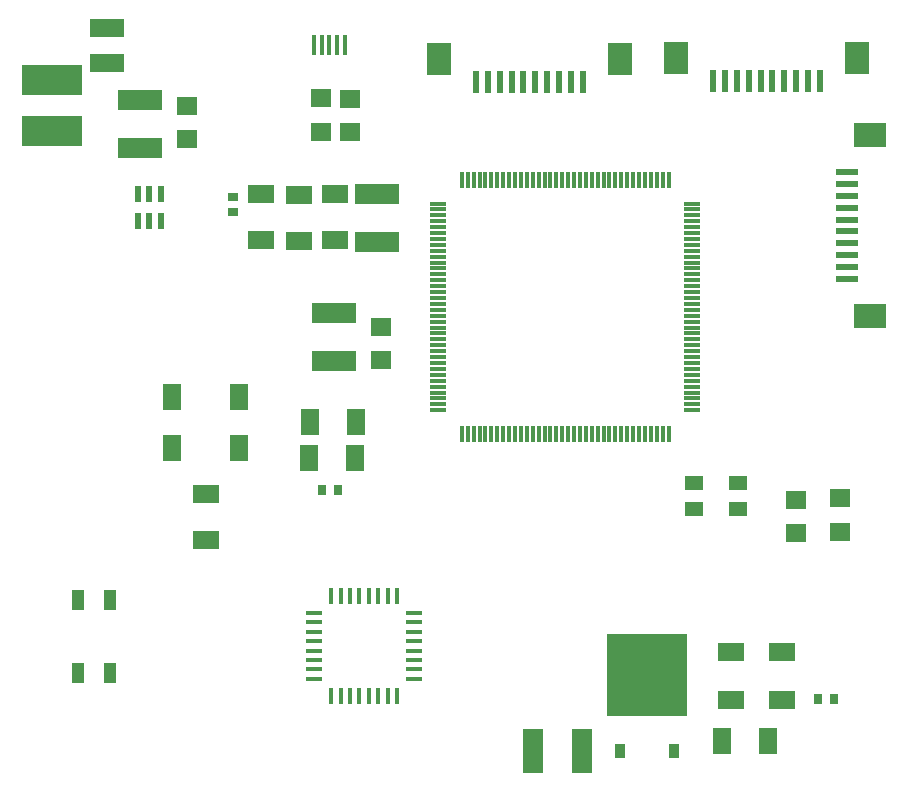
<source format=gbr>
G04 EAGLE Gerber RS-274X export*
G75*
%MOMM*%
%FSLAX34Y34*%
%LPD*%
%INSolderpaste Top*%
%IPPOS*%
%AMOC8*
5,1,8,0,0,1.08239X$1,22.5*%
G01*
%ADD10R,1.800000X3.700000*%
%ADD11R,2.200000X1.600000*%
%ADD12R,3.700000X1.800000*%
%ADD13R,2.900000X1.500000*%
%ADD14R,1.600000X2.200000*%
%ADD15R,2.300000X1.550000*%
%ADD16R,1.550000X2.300000*%
%ADD17R,0.700000X0.900000*%
%ADD18R,0.900000X0.700000*%
%ADD19R,1.475000X0.300000*%
%ADD20R,0.300000X1.475000*%
%ADD21R,0.400000X1.450000*%
%ADD22R,1.450000X0.400000*%
%ADD23R,0.600000X1.900000*%
%ADD24R,2.100000X2.800000*%
%ADD25R,1.900000X0.600000*%
%ADD26R,2.800000X2.100000*%
%ADD27R,1.803000X1.600000*%
%ADD28R,1.100000X1.800000*%
%ADD29R,0.400000X1.750000*%
%ADD30R,0.889000X1.219200*%
%ADD31R,6.781800X6.908800*%
%ADD32R,0.558800X1.473200*%
%ADD33R,1.600000X1.250000*%
%ADD34R,5.080000X2.540000*%


D10*
X485849Y348535D03*
X444849Y348535D03*
D11*
X167900Y566100D03*
X167900Y527100D03*
D12*
X111781Y858936D03*
X111781Y899936D03*
D13*
X83874Y930923D03*
X83874Y960923D03*
D14*
X604575Y357479D03*
X643575Y357479D03*
D12*
X312442Y820468D03*
X312442Y779468D03*
D11*
X276691Y820279D03*
X276691Y781279D03*
X246280Y819900D03*
X246280Y780900D03*
X214660Y820179D03*
X214660Y781179D03*
D14*
X294323Y627655D03*
X255323Y627655D03*
D12*
X276413Y719891D03*
X276413Y678891D03*
D14*
X293763Y596622D03*
X254763Y596622D03*
D15*
X612169Y432705D03*
X655169Y432705D03*
X612091Y392133D03*
X655091Y392133D03*
D16*
X195500Y605600D03*
X195500Y648600D03*
X138500Y605600D03*
X138500Y648600D03*
D17*
X699185Y393125D03*
X686185Y393125D03*
D18*
X190400Y804964D03*
X190400Y817964D03*
D17*
X279315Y569950D03*
X266315Y569950D03*
D19*
X364420Y812300D03*
X364420Y807300D03*
X364420Y802300D03*
X364420Y797300D03*
X364420Y792300D03*
X364420Y787300D03*
X364420Y782300D03*
X364420Y777300D03*
X364420Y772300D03*
X364420Y767300D03*
X364420Y762300D03*
X364420Y757300D03*
X364420Y752300D03*
X364420Y747300D03*
X364420Y742300D03*
X364420Y737300D03*
X364420Y732300D03*
X364420Y727300D03*
X364420Y722300D03*
X364420Y717300D03*
X364420Y712300D03*
X364420Y707300D03*
X364420Y702300D03*
X364420Y697300D03*
X364420Y692300D03*
X364420Y687300D03*
X364420Y682300D03*
X364420Y677300D03*
X364420Y672300D03*
X364420Y667300D03*
X364420Y662300D03*
X364420Y657300D03*
X364420Y652300D03*
X364420Y647300D03*
X364420Y642300D03*
X364420Y637300D03*
D20*
X384300Y617420D03*
X389300Y617420D03*
X394300Y617420D03*
X399300Y617420D03*
X404300Y617420D03*
X409300Y617420D03*
X414300Y617420D03*
X419300Y617420D03*
X424300Y617420D03*
X429300Y617420D03*
X434300Y617420D03*
X439300Y617420D03*
X444300Y617420D03*
X449300Y617420D03*
X454300Y617420D03*
X459300Y617420D03*
X464300Y617420D03*
X469300Y617420D03*
X474300Y617420D03*
X479300Y617420D03*
X484300Y617420D03*
X489300Y617420D03*
X494300Y617420D03*
X499300Y617420D03*
X504300Y617420D03*
X509300Y617420D03*
X514300Y617420D03*
X519300Y617420D03*
X524300Y617420D03*
X529300Y617420D03*
X534300Y617420D03*
X539300Y617420D03*
X544300Y617420D03*
X549300Y617420D03*
X554300Y617420D03*
X559300Y617420D03*
D19*
X579180Y637300D03*
X579180Y642300D03*
X579180Y647300D03*
X579180Y652300D03*
X579180Y657300D03*
X579180Y662300D03*
X579180Y667300D03*
X579180Y672300D03*
X579180Y677300D03*
X579180Y682300D03*
X579180Y687300D03*
X579180Y692300D03*
X579180Y697300D03*
X579180Y702300D03*
X579180Y707300D03*
X579180Y712300D03*
X579180Y717300D03*
X579180Y722300D03*
X579180Y727300D03*
X579180Y732300D03*
X579180Y737300D03*
X579180Y742300D03*
X579180Y747300D03*
X579180Y752300D03*
X579180Y757300D03*
X579180Y762300D03*
X579180Y767300D03*
X579180Y772300D03*
X579180Y777300D03*
X579180Y782300D03*
X579180Y787300D03*
X579180Y792300D03*
X579180Y797300D03*
X579180Y802300D03*
X579180Y807300D03*
X579180Y812300D03*
D20*
X559300Y832180D03*
X554300Y832180D03*
X549300Y832180D03*
X544300Y832180D03*
X539300Y832180D03*
X534300Y832180D03*
X529300Y832180D03*
X524300Y832180D03*
X519300Y832180D03*
X514300Y832180D03*
X509300Y832180D03*
X504300Y832180D03*
X499300Y832180D03*
X494300Y832180D03*
X489300Y832180D03*
X484300Y832180D03*
X479300Y832180D03*
X474300Y832180D03*
X469300Y832180D03*
X464300Y832180D03*
X459300Y832180D03*
X454300Y832180D03*
X449300Y832180D03*
X444300Y832180D03*
X439300Y832180D03*
X434300Y832180D03*
X429300Y832180D03*
X424300Y832180D03*
X419300Y832180D03*
X414300Y832180D03*
X409300Y832180D03*
X404300Y832180D03*
X399300Y832180D03*
X394300Y832180D03*
X389300Y832180D03*
X384300Y832180D03*
D21*
X273600Y395550D03*
X281600Y395550D03*
X289600Y395550D03*
X297600Y395550D03*
X305600Y395550D03*
X313600Y395550D03*
X321600Y395550D03*
X329600Y395550D03*
D22*
X343850Y409800D03*
X343850Y417800D03*
X343850Y425800D03*
X343850Y433800D03*
X343850Y441800D03*
X343850Y449800D03*
X343850Y457800D03*
X343850Y465800D03*
D21*
X329600Y480050D03*
X321600Y480050D03*
X313600Y480050D03*
X305600Y480050D03*
X297600Y480050D03*
X289600Y480050D03*
X281600Y480050D03*
X273600Y480050D03*
D22*
X259350Y465800D03*
X259350Y457800D03*
X259350Y449800D03*
X259350Y441800D03*
X259350Y433800D03*
X259350Y425800D03*
X259350Y417800D03*
X259350Y409800D03*
D23*
X486465Y914793D03*
X476465Y914793D03*
X466465Y914793D03*
X456465Y914793D03*
X446465Y914793D03*
X436465Y914793D03*
X426465Y914793D03*
X416465Y914793D03*
X406465Y914793D03*
X396465Y914793D03*
D24*
X364965Y934293D03*
X517965Y934293D03*
D23*
X687278Y916203D03*
X677278Y916203D03*
X667278Y916203D03*
X657278Y916203D03*
X647278Y916203D03*
X637278Y916203D03*
X627278Y916203D03*
X617278Y916203D03*
X607278Y916203D03*
X597278Y916203D03*
D24*
X565778Y935703D03*
X718778Y935703D03*
D25*
X710113Y748700D03*
X710113Y758700D03*
X710113Y768700D03*
X710113Y778700D03*
X710113Y788700D03*
X710113Y798700D03*
X710113Y808700D03*
X710113Y818700D03*
X710113Y828700D03*
X710113Y838700D03*
D26*
X729613Y870200D03*
X729613Y717200D03*
D27*
X289807Y872708D03*
X289807Y901148D03*
X265400Y873280D03*
X265400Y901720D03*
X315640Y679474D03*
X315640Y707914D03*
X151651Y866573D03*
X151651Y895013D03*
X704457Y563016D03*
X704457Y534576D03*
X666923Y561414D03*
X666923Y532974D03*
D28*
X86700Y476400D03*
X86700Y414400D03*
X59700Y476400D03*
X59700Y414400D03*
D29*
X259215Y946751D03*
X285215Y946751D03*
X265715Y946751D03*
X272215Y946751D03*
X278715Y946751D03*
D30*
X518006Y348373D03*
X563706Y348373D03*
D31*
X540856Y413397D03*
D32*
X129200Y820276D03*
X119700Y820276D03*
X110200Y820276D03*
X110200Y797924D03*
X119700Y797924D03*
X129200Y797924D03*
D33*
X618136Y575333D03*
X581136Y575333D03*
X581136Y553333D03*
X618136Y553333D03*
D34*
X36990Y916474D03*
X36977Y873782D03*
M02*

</source>
